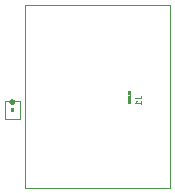
<source format=gbo>
G04 (created by PCBNEW (22-Jun-2014 BZR 4027)-stable) date Thu 04 Dec 2014 22:27:19 CET*
%MOIN*%
G04 Gerber Fmt 3.4, Leading zero omitted, Abs format*
%FSLAX34Y34*%
G01*
G70*
G90*
G04 APERTURE LIST*
%ADD10C,0.00590551*%
%ADD11C,0.0039*%
%ADD12C,0.015*%
%ADD13C,0.0004*%
%ADD14C,0.0013*%
G04 APERTURE END LIST*
G54D10*
G54D11*
X926Y-3092D02*
X-3877Y-3092D01*
X945Y-25D02*
X945Y3015D01*
X945Y3015D02*
X-1475Y3015D01*
X-1475Y3015D02*
X-3895Y3015D01*
X-3895Y3015D02*
X-3895Y-25D01*
X-3895Y-25D02*
X-3895Y-3085D01*
X945Y-3085D02*
X945Y-5D01*
G54D12*
X-4289Y-235D02*
G75*
G03X-4289Y-235I-25J0D01*
G74*
G01*
G54D11*
X-4314Y-185D02*
X-4564Y-185D01*
X-4564Y-185D02*
X-4564Y-785D01*
X-4564Y-785D02*
X-4064Y-785D01*
X-4064Y-785D02*
X-4064Y-185D01*
X-4064Y-185D02*
X-4314Y-185D01*
X-227Y-112D02*
X-72Y-112D01*
X-41Y-102D01*
X-20Y-84D01*
X-10Y-56D01*
X-10Y-37D01*
X-10Y-309D02*
X-10Y-196D01*
X-10Y-253D02*
X-227Y-253D01*
X-196Y-234D01*
X-175Y-215D01*
X-165Y-196D01*
G54D13*
X-395Y145D02*
X-392Y138D01*
X-392Y126D01*
X-395Y122D01*
X-397Y119D01*
X-402Y117D01*
X-407Y117D01*
X-411Y119D01*
X-414Y122D01*
X-416Y126D01*
X-418Y136D01*
X-421Y141D01*
X-423Y143D01*
X-428Y145D01*
X-433Y145D01*
X-438Y143D01*
X-440Y141D01*
X-442Y136D01*
X-442Y124D01*
X-440Y117D01*
X-392Y95D02*
X-442Y95D01*
X-392Y72D02*
X-442Y72D01*
X-407Y55D01*
X-442Y38D01*
X-392Y38D01*
X-388Y26D02*
X-388Y-11D01*
X-442Y-37D02*
X-407Y-37D01*
X-399Y-35D01*
X-395Y-30D01*
X-392Y-23D01*
X-392Y-18D01*
X-407Y-58D02*
X-407Y-82D01*
X-392Y-54D02*
X-442Y-70D01*
X-392Y-87D01*
X-397Y-132D02*
X-395Y-130D01*
X-392Y-123D01*
X-392Y-118D01*
X-395Y-111D01*
X-399Y-106D01*
X-404Y-104D01*
X-414Y-101D01*
X-421Y-101D01*
X-430Y-104D01*
X-435Y-106D01*
X-440Y-111D01*
X-442Y-118D01*
X-442Y-123D01*
X-440Y-130D01*
X-438Y-132D01*
X-392Y-154D02*
X-442Y-154D01*
X-392Y-182D02*
X-421Y-161D01*
X-442Y-182D02*
X-414Y-154D01*
X-418Y-204D02*
X-418Y-220D01*
X-392Y-227D02*
X-392Y-204D01*
X-442Y-204D01*
X-442Y-227D01*
X-442Y-242D02*
X-442Y-270D01*
X-392Y-256D02*
X-442Y-256D01*
G54D14*
X-4282Y-427D02*
X-4361Y-427D01*
X-4361Y-446D01*
X-4358Y-457D01*
X-4350Y-464D01*
X-4343Y-468D01*
X-4328Y-472D01*
X-4316Y-472D01*
X-4301Y-468D01*
X-4294Y-464D01*
X-4286Y-457D01*
X-4282Y-446D01*
X-4282Y-427D01*
X-4282Y-547D02*
X-4282Y-502D01*
X-4282Y-525D02*
X-4361Y-525D01*
X-4350Y-517D01*
X-4343Y-510D01*
X-4339Y-502D01*
M02*

</source>
